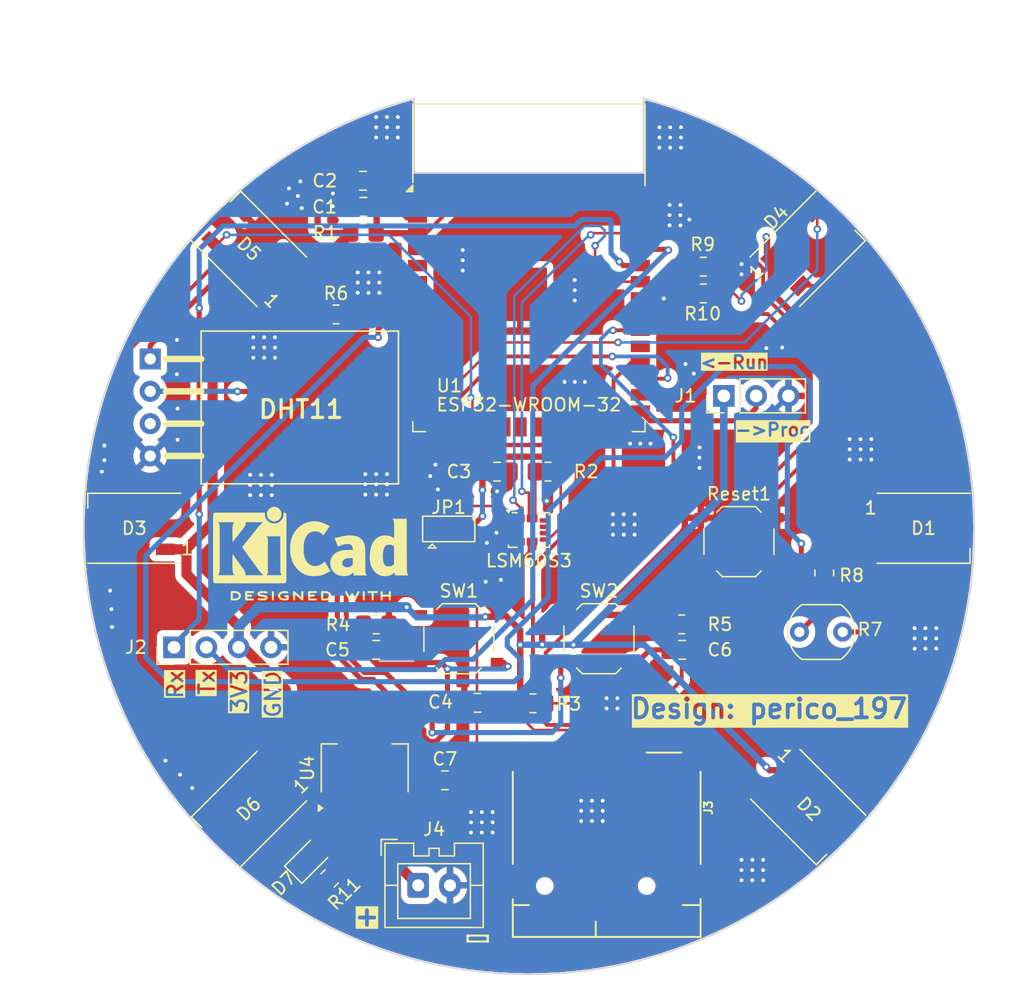
<source format=kicad_pcb>
(kicad_pcb (version 20240108) (generator "pcbnew") (generator_version "8.0")
  (layers (0 "F.Cu" signal) (31 "B.Cu" signal) (34 "B.Paste" user) (35 "F.Paste" user) (36 "B.SilkS" user "B.Silkscreen") (37 "F.SilkS" user "F.Silkscreen") (38 "B.Mask" user) (39 "F.Mask" user) (44 "Edge.Cuts" user))
  (net 0 "")
  (net 1 "/ESP_UART_TX")
  (net 2 "/ESP_Boot")
  (net 6 "/ESP_UART_RX")
  (net 7 "/ESP_EN")
  (net 8 "+3V3")
  (net 17 "GND")
  (net 32 "/MOSI")
  (net 33 "/MISO")
  (net 34 "/SCK")
  (net 35 "/CD_SD")
  (net 36 "Net-(JP1-C)")
  (net 37 "Net-(U2-CS)")
  (net 38 "/SCL")
  (net 39 "/SDA")
  (net 41 "/SW1")
  (net 42 "Net-(D1-DIN)")
  (net 44 "Net-(D3-DOUT)")
  (net 45 "Net-(D3-DIN)")
  (net 46 "Net-(D1-DOUT)")
  (net 47 "/Led_Strip_1")
  (net 48 "/Led_Strip_2")
  (net 49 "/SW2")
  (net 51 "/DHT11_Data")
  (net 52 "/LDR")
  (net 53 "Net-(D7-A)")
  (net 54 "Net-(J4-Pin_1)")
  (footprint "Capacitor_SMD:C_0805_2012Metric_Pad1.18x1.45mm_HandSolder" (layer "F.Cu") (at 96.9625 111.66 180)
    (property "Reference" "C4")
    (property "Value" "0.1uF")
  )
  (footprint "LED_SMD:LED_0805_2012Metric_Pad1.15x1.40mm_HandSolder" (layer "F.Cu") (at 83.8 123.85 45)
    (property "Reference" "D7")
    (property "Value" "LED")
  )
  (footprint "Button_Switch_SMD:SW_Push_1P1T_XKB_TS-1187A" (layer "F.Cu") (at 106.5 106.625)
    (property "Reference" "SW2")
    (property "Value" "SW_Push")
  )
  (footprint "Capacitor_SMD:C_0805_2012Metric_Pad1.18x1.45mm_HandSolder" (layer "F.Cu") (at 98.5 93.5)
    (property "Reference" "C3")
    (property "Value" "0.1uF")
  )
  (footprint "Resistor_SMD:R_0805_2012Metric_Pad1.20x1.40mm_HandSolder" (layer "F.Cu") (at 124.2 101.45 90)
    (property "Reference" "R8")
    (property "Value" "R")
  )
  (footprint "Capacitor_SMD:C_0805_2012Metric_Pad1.18x1.45mm_HandSolder" (layer "F.Cu") (at 89 107.5)
    (property "Reference" "C5")
    (property "Value" "0.1uF")
  )
  (footprint "Package_LGA:LGA-14_3x2.5mm_P0.5mm_LayoutBorder3x4y" (layer "F.Cu") (at 101 98.0875)
    (property "Reference" "U2" (hide yes))
    (property "Value" "LSM6DS3")
  )
  (footprint "Capacitor_SMD:C_0805_2012Metric_Pad1.18x1.45mm_HandSolder" (layer "F.Cu") (at 113.0375 107.5)
    (property "Reference" "C6")
    (property "Value" "0.1uF")
  )
  (footprint "Resistor_SMD:R_0805_2012Metric_Pad1.20x1.40mm_HandSolder" (layer "F.Cu") (at 113 105.5)
    (property "Reference" "R5")
    (property "Value" "R")
  )
  (footprint "Capacitor_SMD:C_0805_2012Metric_Pad1.18x1.45mm_HandSolder" (layer "F.Cu") (at 87.9625 70.65)
    (property "Reference" "C2")
    (property "Value" "0.1uF")
  )
  (footprint "OptoDevice:R_LDR_5.1x4.3mm_P3.4mm_Vertical" (layer "F.Cu") (at 125.65 106.1 180)
    (property "Reference" "R7")
    (property "Value" "LDR07")
  )
  (footprint "Connector_PinHeader_2.54mm:PinHeader_1x04_P2.54mm_Vertical" (layer "F.Cu") (at 73.12 107.3 90)
    (property "Reference" "J2")
    (property "Value" "Conn_01x04_Pin" (hide yes))
  )
  (footprint "Resistor_SMD:R_0805_2012Metric_Pad1.20x1.40mm_HandSolder" (layer "F.Cu") (at 85.35 125.45 45)
    (property "Reference" "R11")
    (property "Value" "R")
  )
  (footprint "Capacitor_SMD:C_0805_2012Metric_Pad1.18x1.45mm_HandSolder" (layer "F.Cu") (at 88 72.7 180)
    (property "Reference" "C1")
    (property "Value" "0.1uF" (hide yes))
  )
  (footprint "Jumper:SolderJumper-3_P1.3mm_Open_Pad1.0x1.5mm" (layer "F.Cu") (at 94.7 98)
    (property "Reference" "JP1")
    (property "Value" "SolderJumper_3_Open" (hide yes))
  )
  (footprint "LED_SMD:LED_WS2812B_PLCC4_5.0x5.0mm_P3.2mm" (layer "F.Cu") (at 122.9 76 45)
    (property "Reference" "D4")
    (property "Value" "WS2812B")
  )
  (footprint "Symbol:KiCad-Logo2_6mm_SilkScreen" (layer "F.Cu") (at 83.85 99.25)
    (property "Reference" "REF**" (hide yes))
    (property "Value" "KiCad-Logo2_6mm_SilkScreen" (hide yes))
  )
  (footprint "Resistor_SMD:R_0805_2012Metric_Pad1.20x1.40mm_HandSolder" (layer "F.Cu") (at 114.7 79.5)
    (property "Reference" "R10")
    (property "Value" "R")
  )
  (footprint "Resistor_SMD:R_0805_2012Metric_Pad1.20x1.40mm_HandSolder" (layer "F.Cu") (at 102.5 93.5)
    (property "Reference" "R2")
    (property "Value" "R")
  )
  (footprint "LED_SMD:LED_WS2812B_PLCC4_5.0x5.0mm_P3.2mm" (layer "F.Cu") (at 132 97.95)
    (property "Reference" "D1")
    (property "Value" "WS2812B")
  )
  (footprint "Connector_PinHeader_2.54mm:PinHeader_1x03_P2.54mm_Vertical" (layer "F.Cu") (at 116.31 87.55 90)
    (property "Reference" "J1")
    (property "Value" "Conn_01x03_Pin" (hide yes))
  )
  (footprint "Esp32Board:Micro SD socket" (layer "F.Cu") (at 106.234969 122.571855 180)
    (property "Reference" "J3")
    (property "Value" "Micro_SD_Card" (hide yes))
  )
  (footprint "Resistor_SMD:R_0805_2012Metric_Pad1.20x1.40mm_HandSolder" (layer "F.Cu") (at 89 105.5)
    (property "Reference" "R4")
    (property "Value" "R")
  )
  (footprint "Resistor_SMD:R_0805_2012Metric_Pad1.20x1.40mm_HandSolder" (layer "F.Cu") (at 88 74.75)
    (property "Reference" "R1")
    (property "Value" "R")
  )
  (footprint "Capacitor_SMD:C_0805_2012Metric_Pad1.18x1.45mm_HandSolder" (layer "F.Cu") (at 94.4 117.75)
    (property "Reference" "C7")
    (property "Value" "0.1uF")
  )
  (footprint "Resistor_SMD:R_0805_2012Metric_Pad1.20x1.40mm_HandSolder" (layer "F.Cu") (at 101.3175 111.7)
    (property "Reference" "R3")
    (property "Value" "R")
  )
  (footprint "RF_Module:ESP32-WROOM-32" (layer "F.Cu") (at 101 80.48)
    (property "Reference" "U1")
    (property "Value" "ESP32-WROOM-32")
  )
  (footprint "Connector_JST:JST_XA_B02B-XASK-1_1x02_P2.50mm_Vertical" (layer "F.Cu") (at 92.3 126)
    (property "Reference" "J4")
    (property "Value" "Conn_01x02_Pin")
  )
  (footprint "LED_SMD:LED_WS2812B_PLCC4_5.0x5.0mm_P3.2mm" (layer "F.Cu") (at 122.934315 119.850862 -45)
    (property "Reference" "D2")
    (property "Value" "WS2812B")
  )
  (footprint "Button_Switch_SMD:SW_Push_1P1T_XKB_TS-1187A" (layer "F.Cu") (at 95.5 106.625)
    (property "Reference" "SW1")
    (property "Value" "SW_Push")
  )
  (footprint "Esp32Board:DHT11" (layer "F.Cu") (at 83 88.46)
    (property "Reference" "U3" (hide yes))
    (property "Value" "DHT11")
  )
  (footprint "Resistor_SMD:R_0805_2012Metric_Pad1.20x1.40mm_HandSolder" (layer "F.Cu") (at 114.7 77.4)
    (property "Reference" "R9")
    (property "Value" "R")
  )
  (footprint "Package_TO_SOT_SMD:SOT-223-3_TabPin2" (layer "F.Cu") (at 88.1 116.8 90)
    (property "Reference" "U4")
    (property "Value" "AMS1117-3.3")
  )
  (footprint "Button_Switch_SMD:SW_Push_1P1T_XKB_TS-1187A" (layer "F.Cu") (at 117.5 99)
    (property "Reference" "Reset1")
    (property "Value" "SW_Push")
  )
  (footprint "Resistor_SMD:R_0805_2012Metric_Pad1.20x1.40mm_HandSolder" (layer "F.Cu") (at 85.85 81.15)
    (property "Reference" "R6")
    (property "Value" "R")
  )
  (footprint "LED_SMD:LED_WS2812B_PLCC4_5.0x5.0mm_P3.2mm" (layer "F.Cu") (at 79 76 135)
    (property "Reference" "D5")
    (property "Value" "WS2812B")
  )
  (footprint "LED_SMD:LED_WS2812B_PLCC4_5.0x5.0mm_P3.2mm" (layer "F.Cu") (at 70 97.95 180)
    (property "Reference" "D3")
    (property "Value" "WS2812B")
  )
  (footprint "LED_SMD:LED_WS2812B_PLCC4_5.0x5.0mm_P3.2mm" (layer "F.Cu") (at 79 120 -135)
    (property "Reference" "D6")
    (property "Value" "WS2812B")
  )
  (gr_arc (start 136 98) (mid 79.669369 125.748949) (end 91.999762 64.176994) (stroke (width 0.1)) (layer "Edge.Cuts"))
  (gr_line (start 110 70) (end 92 70) (stroke (width 0.1)) (layer "Edge.Cuts"))
  (gr_line (start 110 64.1769) (end 110 70) (stroke (width 0.1)) (layer "Edge.Cuts"))
  (gr_arc (start 110.000002 64.176931) (mid 128.748874 76.669272) (end 136 98) (stroke (width 0.1)) (layer "Edge.Cuts"))
  (gr_line (start 92 70) (end 92 64.176932) (stroke (width 0.1)) (layer "Edge.Cuts"))
  (gr_text "Rx" (at 73.92 111.45 90) (layer "F.SilkS" knockout) (effects (font (size 1.2 1.2) (thickness 0.2) (bold yes)) (justify left bottom)))
  (gr_text "-" (at 95.85 130.95 0) (layer "F.SilkS" knockout) (effects (font (size 1.5 1.5) (thickness 0.3) (bold yes)) (justify left bottom)))
  (gr_text "Design: perico_197" (at 108.85 113 0) (layer "F.SilkS" knockout) (effects (font (size 1.5 1.5) (thickness 0.3) (bold yes)) (justify left bottom)))
  (gr_text "<-Run" (at 114.36 85.5 0) (layer "F.SilkS" knockout) (effects (font (size 1 1) (thickness 0.2) (bold yes)) (justify left bottom)))
  (gr_text "GND\n" (at 81.6 112.95 90) (layer "F.SilkS" knockout) (effects (font (size 1.2 1.2) (thickness 0.2) (bold yes)) (justify left bottom)))
  (gr_text "->Prog\n" (at 117.1 90.8 0) (layer "F.SilkS" knockout) (effects (font (size 1 1) (thickness 0.2) (bold yes)) (justify left bottom)))
  (gr_text "+" (at 87.15 129.3 0) (layer "F.SilkS" knockout) (effects (font (size 1.5 1.5) (thickness 0.3) (bold yes)) (justify left bottom)))
  (gr_text "Tx" (at 76.4 111.15 90) (layer "F.SilkS" knockout) (effects (font (size 1.2 1.2) (thickness 0.2) (bold yes)) (justify left bottom)))
  (gr_text "3V3\n" (at 78.95 112.55 90) (layer "F.SilkS" knockout) (effects (font (size 1.2 1.2) (thickness 0.2) (bold yes)) (justify left bottom)))
  (segment (start 111.89 76.04) (end 111.95 76.1) (width 0.4) (layer "F.Cu") (net 1))
  (segment (start 109.75 76.04) (end 111.89 76.04) (width 0.4) (layer "F.Cu") (net 1))
  (via (at 111.95 76.1) (size 0.6) (drill 0.3) (layers "F.Cu" "B.Cu") (net 1))
  (segment (start 101.3 86.75) (end 111.95 76.1) (width 0.4) (layer "B.Cu") (net 1))
  (segment (start 77.35 108.99) (end 75.66 107.3) (width 0.4) (layer "B.Cu") (net 1))
  (segment (start 101.3 103.55) (end 101.3 86.75) (width 0.4) (layer "B.Cu") (net 1))
  (segment (start 96.6 108.25) (end 94.430761 108.25) (width 0.4) (layer "B.Cu") (net 1))
  (segment (start 96.6 108.25) (end 101.3 103.55) (width 0.4) (layer "B.Cu") (net 1))
  (segment (start 94.430761 108.25) (end 93.630761 109.05) (width 0.4) (layer "B.Cu") (net 1))
  (segment (start 93.630761 109.05) (end 77.35 109.05) (width 0.4) (layer "B.Cu") (net 1))
  (segment (start 77.35 109.05) (end 77.35 108.99) (width 0.4) (layer "B.Cu") (net 1))
  (segment (start 75.66 107.3) (end 76.61 108.25) (width 0.4) (layer "B.Cu") (net 1))
  (segment (start 118.85 88.5) (end 118.85 87.55) (width 0.4) (layer "F.Cu") (net 2))
  (segment (start 110.51 89.5) (end 117.85 89.5) (width 0.4) (layer "F.Cu") (net 2))
  (segment (start 109.75 88.74) (end 110.51 89.5) (width 0.4) (layer "F.Cu") (net 2))
  (segment (start 117.85 89.5) (end 118.85 88.5) (width 0.4) (layer "F.Cu") (net 2))
  (segment (start 75.1 96.85) (end 75.1 80.65) (width 0.4) (layer "F.Cu") (net 6))
  (segment (start 108.1 77) (end 108.41 77.31) (width 0.4) (layer "F.Cu") (net 6))
  (segment (start 108.41 77.31) (end 109.75 77.31) (width 0.4) (layer "F.Cu") (net 6))
  (via (at 75.1 80.65) (size 0.6) (drill 0.3) (layers "F.Cu" "B.Cu") (net 6))
  (via (at 75.1 96.85) (size 0.6) (drill 0.3) (layers "F.Cu" "B.Cu") (net 6))
  (via (at 108.1 77) (size 0.6) (drill 0.3) (layers "F.Cu" "B.Cu") (net 6))
  (segment (start 75.1 105.1) (end 73.2 107) (width 0.4) (layer "B.Cu") (net 6))
  (segment (start 108.1 77) (end 107.45 76.35) (width 0.4) (layer "B.Cu") (net 6))
  (segment (start 75.1 80.65) (end 75.1 76.06005) (width 0.4) (layer "B.Cu") (net 6))
  (segment (start 75.1 105.1) (end 75.1 96.85) (width 0.4) (layer "B.Cu") (net 6))
  (segment (start 104.642894 74.2) (end 76.96005 74.2) (width 0.4) (layer "B.Cu") (net 6))
  (segment (start 107.35 73.7) (end 105.142894 73.7) (width 0.4) (layer "B.Cu") (net 6))
  (segment (start 107.45 76.35) (end 107.45 73.8) (width 0.4) (layer "B.Cu") (net 6))
  (segment (start 75.15 96.8) (end 75.1 96.85) (width 0.4) (layer "B.Cu") (net 6))
  (segment (start 76.96005 74.2) (end 75.1 76.06005) (width 0.4) (layer "B.Cu") (net 6))
  (segment (start 105.142894 73.7) (end 104.642894 74.2) (width 0.4) (layer "B.Cu") (net 6))
  (segment (start 107.45 73.8) (end 107.35 73.7) (width 0.4) (layer "B.Cu") (net 6))
  (segment (start 119.400862 77.550862) (end 112.85 71) (width 0.3) (layer "F.Cu") (net 7))
  (segment (start 112.85 71) (end 96.69 71) (width 0.3) (layer "F.Cu") (net 7))
  (segment (start 92.92 74.77) (end 92.25 74.77) (width 0.3) (layer "F.Cu") (net 7))
  (segment (start 124.55 84.748528) (end 119.400862 79.59939) (width 0.3) (layer "F.Cu") (net 7))
  (segment (start 114.5 100.875) (end 120.5 100.875) (width 0.3) (layer "F.Cu") (net 7))
  (segment (start 89.0375 72.7) (end 89.0375 74.7125) (width 0.5) (layer "F.Cu") (net 7))
  (segment (start 96.69 71) (end 92.92 74.77) (width 0.3) (layer "F.Cu") (net 7))
  (segment (start 114.5 100.875) (end 124.55 90.825) (width 0.3) (layer "F.Cu") (net 7))
  (segment (start 119.400862 79.59939) (end 119.400862 77.550862) (width 0.3) (layer "F.Cu") (net 7))
  (segment (start 124.55 90.825) (end 124.55 84.748528) (width 0.3) (layer "F.Cu") (net 7))
  (segment (start 89.02 74.77) (end 89 74.75) (width 0.5) (layer "F.Cu") (net 7))
  (segment (start 89.0375 74.7125) (end 89 74.75) (width 0.5) (layer "F.Cu") (net 7))
  (segment (start 92.25 74.77) (end 89.02 74.77) (width 0.5) (layer "F.Cu") (net 7))
  (segment (start 88.975 68.6) (end 86.925 70.65) (width 0.5) (layer "F.Cu") (net 8))
  (segment (start 102.325 92.325) (end 98.6375 92.325) (width 0.5) (layer "F.Cu") (net 8))
  (segment (start 88.1 119.95) (end 88.1 116.4) (width 0.8) (layer "F.Cu") (net 8))
  (segment (start 79.565685 78.899138) (end 82.35 78.899138) (width 0.8) (layer "F.Cu") (net 8))
  (segment (start 84.642893 126.157107) (end 87.942893 126.157107) (width 0.4) (layer "F.Cu") (net 8))
  (segment (start 119.901724 116.951724) (end 119.65 116.7) (width 0.5) (layer "F.Cu") (net 8))
  (segment (start 132.7 89.2) (end 132.7 95) (width 0.5) (layer "F.Cu") (net 8))
  (segment (start 100.3175 111.7) (end 100.3175 107.1) (width 0.5) (layer "F.Cu") (net 8))
  (segment (start 102.525432 98.8375) (end 103.5 97.862932) (width 0.2) (layer "F.Cu") (net 8))
  (segment (start 102.1625 98.8375) (end 102.525432 98.8375) (width 0.2) (layer "F.Cu") (net 8))
  (segment (start 78.2 107.3) (end 78.2 106.03) (width 0.8) (layer "F.Cu") (net 8))
  (segment (start 100.3175 112.7175) (end 100.3175 111.7) (width 0.2) (layer "F.Cu") (net 8))
  (segment (start 101.4 113.8) (end 100.3175 112.7175) (width 0.2) (layer "F.Cu") (net 8))
  (segment (start 104.850001 113.8) (end 101.4 113.8) (width 0.2) (layer "F.Cu") (net 8))
  (segment (start 115.7 79.5) (end 115.7 77.4) (width 0.2) (layer "F.Cu") (net 8))
  (segment (start 84.4 74.4) (end 84.75 74.75) (width 0.5) (layer "F.Cu") (net 8))
  (segment (start 119.7 75.1) (end 119.65 75.05) (width 0.5) (layer "F.Cu") (net 8))
  (segment (start 102.04038 107.09038) (end 102.04038 105.75962) (width 0.5) (layer "F.Cu") (net 8))
  (segment (start 84.4 71.35) (end 84.4 74.4) (width 0.5) (layer "F.Cu") (net 8))
  (segment (start 91.1 73.18) (end 91.1 69.6) (width 0.5) (layer "F.Cu") (net 8))
  (segment (start 91.4 104.2) (end 91.95 104.75) (width 0.4) (layer "F.Cu") (net 8))
  (segment (start 97.35 94.95) (end 97.35 93.6125) (width 0.5) (layer "F.Cu") (net 8))
  (segment (start 74.1 99.55) (end 76.15 97.5) (width 0.8) (layer "F.Cu") (net 8))
  (segment (start 106.150001 115.1) (end 104.850001 113.8) (width 0.2) (layer "F.Cu") (net 8))
  (segment (start 99.1 104.75) (end 98.5 104.75) (width 0.5) (layer "F.Cu") (net 8))
  (segment (start 132.7 95) (end 131.35 96.35) (width 0.5) (layer "F.Cu") (net 8))
  (segment (start 82.850862 78.899138) (end 87 74.75) (width 0.8) (layer "F.Cu") (net 8))
  (segment (start 99.556249 100.256249) (end 99.462499 100.35) (width 0.2) (layer "F.Cu") (net 8))
  (segment (start 106.150001 115.55) (end 106.150001 115.1) (width 0.2) (layer "F.Cu") (net 8))
  (segment (start 96 98) (end 96 100.35) (width 0.4) (layer "F.Cu") (net 8))
  (segment (start 104.5 107.1) (end 106.85 104.75) (width 0.5) (layer "F.Cu") (net 8))
  (segment (start 119.7 76.264823) (end 119.7 75.1) (width 0.5) (layer "F.Cu") (net 8))
  (segment (start 129.6 96.35) (end 129.55 96.3) (width 0.5) (layer "F.Cu") (net 8))
  (segment (start 122.65 117.233094) (end 122.36863 116.951724) (width 0.5) (layer "F.Cu") (net 8))
  (segment (start 120.000862 79.350862) (end 122.274264 81.624264) (width 0.5) (layer "F.Cu") (net 8))
  (segment (start 127.465222 106.1) (end 128.065222 105.5) (width 0.4) (layer "F.Cu") (net 8))
  (segment (start 88.1 126) (end 88.1 119.95) (width 0.4) (layer "F.Cu") (net 8))
  (segment (start 78.28 105.73) (end 74.1 101.55) (width 0.8) (layer "F.Cu") (net 8))
  (segment (start 81.899138 119.434315) (end 84.933453 116.4) (width 0.8) (layer "F.Cu") (net 8))
  (segment (start 86.925 70.65) (end 85.1 70.65) (width 0.5) (layer "F.Cu") (net 8))
  (segment (start 100.215032 111.802468) (end 100.3175 111.7) (width 0.5) (layer "F.Cu") (net 8))
  (segment (start 74.1 101.55) (end 74.1 99.55) (width 0.8) (layer "F.Cu") (net 8))
  (segment (start 117.1 79.5) (end 117.7 80.1) (width 0.2) (layer "F.Cu") (net 8))
  (segment (start 91.95 104.75) (end 92.5 104.75) (width 0.4) (layer "F.Cu") (net 8))
  (segment (start 129.55 96.3) (end 128.065222 97.784778) (width 0.5) (layer "F.Cu") (net 8))
  (segment (start 92.25 73.5) (end 91.42 73.5) (width 0.5) (layer "F.Cu") (net 8))
  (segment (start 83.35 81.15) (end 82.35 80.15) (width 0.4) (layer "F.Cu") (net 8))
  (segment (start 88.1 116.4) (end 88.1 113.65) (width 0.8) (layer "F.Cu") (net 8))
  (segment (start 99.462499 100.35) (end 96 100.35) (width 0.2) (layer "F.Cu") (net 8))
  (segment (start 81.899138 110.619138) (end 78.28 107) (width 0.8) (layer "F.Cu") (net 8))
  (segment (start 103.05 104.75) (end 103.5 104.75) (width 0.5) (layer "F.Cu") (net 8))
  (segment (start 97.565032 104.9) (end 98.35 104.9) (width 0.5) (layer "F.Cu") (net 8))
  (segment (start 131.35 96.35) (end 129.6 96.35) (width 0.5) (layer "F.Cu") (net 8))
  (segment (start 88.1 113.65) (end 89.2625 113.65) (width 0.8) (layer "F.Cu") (net 8))
  (segment (start 74.05 99.6) (end 74.1 99.55) (width 0.8) (layer "F.Cu") (net 8))
  (segment (start 98.6375 92.325) (end 97.4625 93.5) (width 0.5) (layer "F.Cu") (net 8))
  (segment (start 91.1 69.6) (end 90.1 68.6) (width 0.5) (layer "F.Cu") (net 8))
  (segment (start 122.36863 116.951724) (end 119.901724 116.951724) (width 0.5) (layer "F.Cu") (net 8))
  (segment (start 98 111.66) (end 100.2775 111.66) (width 0.5) (layer "F.Cu") (net 8))
  (segment (start 75.931623 78.899138) (end 79.565685 78.899138) (width 0.4) (layer "F.Cu") (net 8))
  (segment (start 96 100.35) (end 96 102.25) (width 0.4) (layer "F.Cu") (net 8))
  (segment (start 100.3175 105.9675) (end 99.1 104.75) (width 0.5) (layer "F.Cu") (net 8))
  (segment (start 71.25 84.65) (end 71.25 83.580761) (width 0.4) (layer "F.Cu") (net 8))
  (segment (start 96 102.25) (end 98.5 104.75) (width 0.4) (layer "F.Cu") (net 8))
  (segment (start 128.065222 105.5) (end 128.065222 116.234778) (width 0.5) (layer "F.Cu") (net 8))
  (segment (start 89.2625 113.65) (end 93.3625 117.75) (width 0.8) (layer "F.Cu") (net 8))
  (segment (start 103.5 93.5) (end 102.325 92.325) (width 0.5) (layer "F.Cu") (net 8))
  (segment (start 100.2775 111.66) (end 100.3175 111.7) (width 0.5) (layer "F.Cu") (net 8))
  (segment (start 84.85 81.15) (end 83.35 81.15) (width 0.4) (layer "F.Cu") (net 8))
  (segment (start 91.4 104.15) (end 91.4 104.2) (width 0.4) (layer "F.Cu") (net 8))
  (segment (start 72.45 99.6) (end 74.05 99.6) (width 0.8) (layer "F.Cu") (net 8))
  (segment (start 96.35 98) (end 96 98) (width 0.4) (layer "F.Cu") (net 8))
  (segment (start 76.15 82.314823) (end 79.565685 78.899138) (width 0.8) (layer "F.Cu") (net 8))
  (segment (start 81.899138 119.434315) (end 81.899138 110.619138) (width 0.8) (layer "F.Cu") (net 8))
  (segment (start 103.5 97.862932) (end 103.5 93.5) (width 0.2) (layer "F.Cu") (net 8))
  (segment (start 128.065222 116.234778) (end 127.066906 117.233094) (width 0.5) (layer "F.Cu") (net 8))
  (segment (start 87.942893 126.157107) (end 88.1 126) (width 0.4) (layer "F.Cu") (net 8))
  (segment (start 82.35 80.15) (end 82.35 78.899138) (width 0.4) (layer "F.Cu") (net 8))
  (segment (start 128.065222 97.784778) (end 128.065222 105.5) (width 0.5) (layer "F.Cu") (net 8))
  (segment (start 106.85 104.75) (end 109.5 104.75) (width 0.5) (layer "F.Cu") (net 8))
  (segment (start 115.7 79.5) (end 117.1 79.5) (width 0.2) (layer "F.Cu") (net 8))
  (segment (start 125.65 106.1) (end 127.465222 106.1) (width 0.4) (layer "F.Cu") (net 8))
  (segment (start 122.274264 81.624264) (end 125.124264 81.624264) (width 0.5) (layer "F.Cu") (net 8))
  (segment (start 84.933453 116.4) (end 88.1 116.4) (width 0.8) (layer "F.Cu") (net 8))
  (segment (start 84.75 74.75) (end 87 74.75) (width 0.5) (layer "F.Cu") (net 8))
  (segment (start 97.35 97) (end 96.35 98) (width 0.4) (layer "F.Cu") (net 8))
  (segment (start 97.35 93.6125) (end 97.4625 93.5) (width 0.5) (layer "F.Cu") (net 8))
  (segment (start 100.499999 99.3125) (end 99.556249 100.256249) (width 0.2) (layer "F.Cu") (net 8))
  (segment (start 120.000862 76.565685) (end 120.000862 79.350862) (width 0.5) (layer "F.Cu") (net 8))
  (segment (start 127.066906 117.233094) (end 122.65 117.233094) (width 0.5) (layer "F.Cu") (net 8))
  (segment (start 91.42 73.5) (end 91.1 73.18) (width 0.5) (layer "F.Cu") (net 8))
  (segment (start 82.35 78.899138) (end 82.850862 78.899138) (width 0.8) (layer "F.Cu") (net 8))
  (segment (start 85.1 70.65) (end 84.4 71.35) (width 0.5) (layer "F.Cu") (net 8))
  (segment (start 76.15 97.5) (end 76.15 82.314823) (width 0.8) (layer "F.Cu") (net 8))
  (segment (start 120.000862 76.565685) (end 119.7 76.264823) (width 0.5) (layer "F.Cu") (net 8))
  (segment (start 100.5 99) (end 100.499999 99.3125) (width 0.2) (layer "F.Cu") (net 8))
  (segment (start 100.3175 107.1) (end 100.3175 105.9675) (width 0.5) (layer "F.Cu") (net 8))
  (segment (start 71.25 83.580761) (end 75.931623 78.899138) (width 0.4) (layer "F.Cu") (net 8))
  (segment (start 98.35 104.9) (end 98.5 104.75) (width 0.5) (layer "F.Cu") (net 8))
  (segment (start 125.124264 81.624264) (end 132.7 89.2) (width 0.5) (layer "F.Cu") (net 8))
  (segment (start 90.1 68.6) (end 88.975 68.6) (width 0.5) (layer "F.Cu") (net 8))
  (segment (start 102.04038 105.75962) (end 103.05 104.75) (width 0.5) (layer "F.Cu") (net 8))
  (via (at 97.35 94.95) (size 0.6) (drill 0.3) (layers "F.Cu" "B.Cu") (net 8))
  (via (at 97.565032 104.9) (size 0.6) (drill 0.3) (layers "F.Cu" "B.Cu") (net 8))
  (via (at 102.04038 107.09038) (size 0.6) (drill 0.3) (layers "F.Cu" "B.Cu") (net 8))
  (via (at 97.35 97) (size 0.6) (drill 0.3) (layers "F.Cu" "B.Cu") (net 8))
  (via (at 104.5 107.1) (size 0.6) (drill 0.3) (layers "F.Cu" "B.Cu") (net 8))
  (via (at 119.65 75.05) (size 0.6) (drill 0.3) (layers "F.Cu" "B.Cu") (net 8))
  (via (at 91.4 104.15) (size 0.6) (drill 0.3) (layers "F.Cu" "B.Cu") (net 8))
  (via (at 100.3175 107.1) (size 0.6) (drill 0.3) (layers "F.Cu" "B.Cu") (net 8))
  (via (at 119.65 116.7) (size 0.6) (drill 0.3) (layers "F.Cu" "B.Cu") (net 8))
  (via (at 117.7 80.1) (size 0.6) (drill 0.3) (layers "F.Cu" "B.Cu") (net 8))
  (segment (start 116.31 87.55) (end 116.31 95.29) (width 0.6) (layer "B.Cu") (net 8))
  (segment (start 97.515032 104.95) (end 97.565032 104.9) (width 0.5) (layer "B.Cu") (net 8))
  (segment (start 91.4 104.15) (end 79.72 104.15) (width 0.8) (layer "B.Cu") (net 8))
  (segment (start 97.35 94.95) (end 97.35 97) (width 0.4) (layer "B.Cu") (net 8))
  (segment (start 79.42 104.45) (end 78.2 105.67) (width 0.8) (layer "B.Cu") (net 8))
  (segment (start 119.65 77.672182) (end 119.65 75.05) (width 0.2) (layer "B.Cu") (net 8))
  (segment (start 104.5 107.1) (end 100.3175 107.1) (width 0.5) (layer "B.Cu") (net 8))
  (segment (start 119.65 116.7) (end 110.05 107.1) (width 0.5) (layer "B.Cu") (net 8))
  (segment (start 117.7 79.622182) (end 119.65 77.672182) (width 0.2) (layer "B.Cu") (net 8))
  (segment (start 117.7 80.1) (end 117.7 79.622182) (width 0.2) (layer "B.Cu") (net 8))
  (segment (start 91.4 104.15) (end 92.2 104.95) (width 0.5) (layer "B.Cu") (net 8))
  (segment (start 116.31 95.29) (end 104.5 107.1) (width 0.6) (layer "B.Cu") (net 8))
  (segment (start 92.2 104.95) (end 97.515032 104.95) (width 0.5) (layer "B.Cu") (net 8))
  (segment (start 78.2 105.67) (end 78.2 107.3) (width 0.8) (layer "B.Cu") (net 8))
  (segment (start 79.72 104.15) (end 79.42 104.45) (width 0.8) (layer "B.Cu") (net 8))
  (segment (start 110.05 107.1) (end 104.5 107.1) (width 0.5) (layer "B.Cu") (net 8))
  (segment (start 98.9125 97.8375) (end 98.45 98.3) (width 0.2) (layer "F.Cu") (net 17))
  (segment (start 89 70.65) (end 89 70.6625) (width 0.5) (layer "F.Cu") (net 17))
  (segment (start 101.5 99) (end 101.5 99.55) (width 0.2) (layer "F.Cu") (net 17))
  (segment (start 99.5375 93.5) (end 99.5375 94.0125) (width 1) (layer "F.Cu") (net 17))
  (segment (start 98.4875 98.3375) (end 98.45 98.3) (width 0.2) (layer "F.Cu") (net 17))
  (segment (start 101 100.05) (end 101 99) (width 0.2) (layer "F.Cu") (net 17))
  (segment (start 95.29 89.99) (end 95.29 91.31) (width 1) (layer "F.Cu") (net 17))
  (segment (start 103.950001 118.200001) (end 105.1 119.35) (width 0.4) (layer "F.Cu") (net 17))
  (segment (start 99.8375 97.8375) (end 98.9125 97.8375) (width 0.2) (layer "F.Cu") (net 17))
  (segment (start 87 72.65) (end 85.6 72.65) (width 0.5) (layer "F.Cu") (net 17))
  (segment (start 89 70.65) (end 87 72.65) (width 0.5) (layer "F.Cu") (net 17))
  (segment (start 99.5375 94.0125) (end 98.5 95.05) (width 1) (layer "F.Cu") (net 17))
  (segment (start 101.5 99.55) (end 101 100.05) (width 0.2) (layer "F.Cu") (net 17))
  (segment (start 99.8375 98.3375) (end 98.4875 98.3375) (width 0.2) (layer "F.Cu") (net 17))
  (segment (start 95.29 91.31) (end 93.65 92.95) (width 1) (layer "F.Cu") (net 17))
  (segment (start 103.950001 115.55) (end 103.950001 118.200001) (width 0.4) (layer "F.Cu") (net 17))
  (via (at 112.1 68.05) (size 0.6) (drill 0.3) (layers "F.Cu" "B.Cu") (net 17))
  (via (at 93.25 93.85) (size 0.6) (drill 0.3) (layers "F.Cu" "B.Cu") (net 17))
  (via (at 88.4 79.45) (size 0.6) (drill 0.3) (layers "F.Cu" "B.Cu") (net 17))
  (via (at 107.6 96.85) (size 0.6) (drill 0.3) (layers "F.Cu" "B.Cu") (net 17))
  (via (at 95.8 76.9) (size 0.6) (drill 0.3) (layers "F.Cu" "B.Cu") (net 17))
  (via (at 85.6 72.65) (size 0.6) (drill 0.3) (layers "F.Cu" "B.Cu") (net 17))
  (via (at 108.45 98.45) (size 0.6) (drill 0.3) (layers "F.Cu" "B.Cu") (net 17))
  (via (at 108.45 97.65) (size 0.6) (drill 0.3) (layers "F.Cu" "B.Cu") (net 17))
  (via (at 105.95 119.35) (size 0.6) (drill 0.3) (layers "F.Cu" "B.Cu") (net 17))
  (via (at 98.15 121.05) (size 0.6) (drill 0.3) (layers "F.Cu" "B.Cu") (net 17))
  (via (at 97.3 120.25) (size 0.6) (drill 0.3) (layers "F.Cu" "B.Cu") (net 17))
  (via (at 104.6 80.05) (size 0.6) (drill 0.3) (layers "F.Cu" "B.Cu") (net 17))
  (via (at 87.55 78.65) (size 0.6) (drill 0.3) (layers "F.Cu" "B.Cu") (net 17))
  (via (at 79.1 93.75) (size 0.6) (drill 0.3) (layers "F.Cu" "B.Cu") (net 17))
  (via (at 88.15 93.7) (size 0.6) (drill 0.3) (layers "F.Cu" "B.Cu") (net 17))
  (via (at 133 106.6) (size 0.6) (drill 0.3) (layers "F.Cu" "B.Cu") (net 17))
  (via (at 89.85 93.7) (size 0.6) (drill 0.3) (layers "F.Cu" "B.Cu") (net 17))
  (via (at 97.3 121.05) (size 0.6) (drill 0.3) (layers "F.Cu" "B.Cu") (net 17))
  (via (at 107.6 97.65) (size 0.6) (drill 0.3) (layers "F.Cu" "B.Cu") (net 17))
  (via (at 68.25 105.7) (size 0.6) (drill 0.3) (layers "F.Cu" "B.Cu") (net 17))
  (via (at 90.7 65.65) (size 0.6) (drill 0.3) (layers "F.Cu" "B.Cu") (net 17))
  (via (at 119.4 125.6) (size 0.6) (drill 0.3) (layers "F.Cu" "B.Cu") (net 17))
  (via (at 131.3 106.6) (size 0.6) (drill 0.3) (layers "F.Cu" "B.Cu") (net 17))
  (via (at 93.65 92.95) (size 0.6) (drill 0.3) (layers "F.Cu" "B.Cu") (net 17))
  (via (at 89.25 78.65) (size 0.6) (drill 0.3) (layers "F.Cu" "B.Cu") (net 17))
  (via (at 104.6 78.45) (size 0.6) (drill 0.3) (layers "F.Cu" "B.Cu") (net 17))
  (via (at 88.4 78.65) (size 0.6) (drill 0.3) (layers "F.Cu" "B.Cu") (net 17))
  (via (at 127.05 91.75) (size 0.6) (drill 0.3) (layers "F.Cu" "B.Cu") (net 17))
  (via (at 79.95 93.75) (size 0.6) (drill 0.3) (layers "F.Cu" "B.Cu") (net 17))
  (via (at 89.85 66.45) (size 0.6) (drill 0.3) (layers "F.Cu" "B.Cu") (net 17))
  (via (at 109.3 97.65) (size 0.6) (drill 0.3) (layers "F.Cu" "B.Cu") (net 17))
  (via (at 98.5 95.05) (size 0.6) (drill 0.3) (layers "F.Cu" "B.Cu") (net 17))
  (via (at 89 66.45) (size 0.6) (drill 0.3) (layers "F.Cu" "B.Cu") (net 17))
  (via (at 107.95 112.1) (size 0.6) (drill 0.3) (layers "F.Cu" "B.Cu") (net 17))
  (via (at 68.2 104.3) (size 0.6) (drill 0.3) (layers "F.Cu" "B.Cu") (net 17))
  (via (at 112.1 67.25) (size 0.6) (drill 0.3) (layers "F.Cu" "B.Cu") (net 17))
  (via (at 117.7 124) (size 0.6) (drill 0.3) (layers "F.Cu" "B.Cu") (net 17))
  (via (at 117.7 78) (size 0.6) (drill 0.3) (layers "F.Cu" "B.Cu") (net 17))
  (via (at 111.6 79.9) (size 0.6) (drill 0.3) (layers "F.Cu" "B.Cu") (net 17))
  (via (at 80.2 83.75) (size 0.6) (drill 0.3) (layers "F.Cu" "B.Cu") (net 17))
  (via (at 89 95.3) (size 0.6) (drill 0.3) (layers "F.Cu" "B.Cu") (net 17))
  (via (at 105.95 120.15) (size 0.6) (drill 0.3) (layers "F.Cu" "B.Cu") (net 17))
  (via (at 112.05 73.35) (size 0.6) (drill 0.3) (layers "F.Cu" "B.Cu") (net 17))
  (via (at 118.55 124.8) (size 0.6) (drill 0.3) (layers "F.Cu" "B.Cu") (net 17))
  (via (at 131.3 107.4) (size 0.6) (drill 0.3) (layers "F.Cu" "B.Cu") (net 17))
  (via (at 96.45 121.05) (size 0.6) (drill 0.3) (layers "F.Cu" "B.Cu") (net 17))
  (via (at 89.25 79.45) (size 0.6) (drill 0.3) (layers "F.Cu" "B.Cu") (net 17))
  (via (at 67.45 93.5) (size 0.6) (drill 0.3) (layers "F.Cu" "B.Cu") (net 17))
  (via (at 126.2 92.55) (size 0.6) (drill 0.3) (layers "F.Cu" "B.Cu") (net 17))
  (via (at 111.25 67.25) (size 0.6) (drill 0.3) (layers "F.Cu" "B.Cu") (net 17))
  (via (at 105.1 120.15) (size 0.6) (drill 0.3) (layers "F.Cu" "B.Cu") (net 17))
  (via (at 80.2 82.95) (size 0.6) (drill 0.3) (layers "F.Cu" "B.Cu") (net 17))
  (via (at 80.2 84.55) (size 0.6) (drill 0.3) (layers "F.Cu" "B.Cu") (net 17))
  (via (at 89 93.7) (size 0.6) (drill 0.3) (layers "F.Cu" "B.Cu") (net 17))
  (via (at 109.3 96.85) (size 0.6) (drill 0.3) (layers "F.Cu" "B.Cu") (net 17))
  (via (at 111.25 68.05) (size 0.6) (drill 0.3) (layers "F.Cu" "B.Cu") (net 17))
  (via (at 114.4 93.2) (size 0.6) (drill 0.3) (layers "F.Cu" "B.Cu") (net 17))
  (via (at 106.8 120.95) (size 0.6) (drill 0.3) (layers "F.Cu" "B.Cu") (net 17))
  (via (at 83.05 70.7) (size 0.6) (drill 0.3) (layers "F.Cu" "B.Cu") (net 17))
  (via (at 98.15 121.85) (size 0.6) (drill 0.3) (layers "F.Cu" "B.Cu") (net 17))
  (via (at 79.1 94.55) (size 0.6) (drill 0.3) (layers "F.Cu" "B.Cu") (net 17))
  (via (at 133 105.8) (size 0.6) (drill 0.3) (layers "F.Cu" "B.Cu") (net 17))
  (via (at 107.1 111.3) (size 0.6) (drill 0.3) (layers "F.Cu" "B.Cu") (net 17))
  (via (at 112.9 73.35) (size 0.6) (drill 0.3) (layers "F.Cu" "B.Cu") (net 17))
  (via (at 90.7 67.25) (size 0.6) (drill 0.3) (layers "F.Cu" "B.Cu") (net 17))
  (via (at 131.3 105.8) (size 0.6) (drill 0.3) (layers "F.Cu" "B.Cu") (net 17))
  (via (at 81.05 82.95) (size 0.6) (drill 0.3) (layers "F.Cu" "B.Cu") (net 17))
  (via (at 119.65 83.8) (size 0.6) (drill 0.3) (layers "F.Cu" "B.Cu") (net 17))
  (via (at 80.8 93.75) (size 0.6) (drill 0.3) (layers "F.Cu" "B.Cu") (net 17))
  (via (at 93.85 94.9) (size 0.6) (drill 0.3) (layers "F.Cu" "B.Cu") (net 17))
  (via (at 117.7 125.6) (size 0.6) (drill 0.3) (layers "F.Cu" "B.Cu") (net 17))
  (via (at 103.8 86.45) (size 0.6) (drill 0.3) (layers "F.Cu" "B.Cu") (net 17))
  (via (at 127.05 92.55) (size 0.6) (drill 0.3) (layers "F.Cu" "B.Cu") (net 17))
  (via (at 95.8 77.7) (size 0.6) (drill 0.3) (layers "F.Cu" "B.Cu") (net 17))
  (via (at 68.1 102.85) (size 0.6) (drill 0.3) (layers "F.Cu" "B.Cu") (net 17))
  (via (at 105.1 119.35) (size 0.6) (drill 0.3) (layers "F.Cu" "B.Cu") (net 17))
  (via (at 80.8 94.55) (size 0.6) (drill 0.3) (layers "F.Cu" "B.Cu") (net 17))
  (via (at 73.6 117.3) (size 0.6) (drill 0.3) (layers "F.Cu" "B.Cu") (net 17))
  (via (at 79.35 82.95) (size 0.6) (drill 0.3) (layers "F.Cu" "B.Cu") (net 17))
  (via (at 82 72.45) (size 0.6) (drill 0.3) (layers "F.Cu" "B.Cu") (net 17))
  (via (at 72.45 116.2) (size 0.6) (drill 0.3) (layers "F.Cu" "B.Cu") (net 17))
  (via (at 89.25 77.85) (size 0.6) (drill 0.3) (layers "F.Cu" "B.Cu") (net 17))
  (via (at 113.3 85.05) (size 0.6) (drill 0.3) (layers "F.Cu" "B.Cu") (net 17))
  (via (at 118.55 124) (size 0.6) (drill 0.3) (layers "F.Cu" "B.Cu") (net 17))
  (via (at 89 67.25) (size 0.6) (drill 0.3) (layers "F.Cu" "B.Cu") (net 17))
  (via (at 82.15 71.25) (size 0.6) (drill 0.3) (layers "F.Cu" "B.Cu") (net 17))
  (via (at 88.15 94.5) (size 0.6) (drill 0.3) (layers "F.Cu" "B.Cu") (net 17))
  (via (at 133 107.4) (size 0.6) (drill 0.3) (layers "F.Cu" "B.Cu") (net 17))
  (via (at 104.6 79.25) (size 0.6) (drill 0.3) (layers "F.Cu" "B.Cu") (net 17))
  (via (at 79.35 83.75) (size 0.6) (drill 0.3) (layers "F.Cu" "B.Cu") (net 17))
  (via (at 88.15 95.3) (size 0.6) (drill 0.3) (layers "F.Cu" "B.Cu") (net 17))
  (via (at 97.3 121.85) (size 0.6) (drill 0.3) (layers "F.Cu" "B.Cu") (net 17))
  (via (at 112.05 72.55) (size 0.6) (drill 0.3) (layers "F.Cu" "B.Cu") (net 17))
  (via (at 107.6 98.45) (size 0.6) (drill 0.3) (layers "F.Cu" "B.Cu") (net 17))
  (via (at 98.8 102) (size 0.6) (drill 0.3) (layers "F.Cu" "B.Cu") (net 17))
  (via (at 105.1 120.95) (size 0.6) (drill 0.3) (layers "F.Cu" "B.Cu") (net 17))
  (via (at 105.4 86.45) (size 0.6) (drill 0.3) (layers "F.Cu" "B.Cu") (net 17))
  (via (at 67.65 92.6) (size 0.6) (drill 0.3) (layers "F.Cu" "B.Cu") (net 17))
  (via (at 132.15 107.4) (size 0.6) (drill 0.3) (layers "F.Cu" "B.Cu") (net 17))
  (via (at 79.95 95.35) (size 0.6) (drill 0.3) (layers "F.Cu" "B.Cu") (net 17))
  (via (at 89.85 95.3) (size 0.6) (drill 0.3) (layers "F.Cu" "B.Cu") (net 17))
  (via (at 96.45 121.85) (size 0.6) (drill 0.3) (layers "F.Cu" "B.Cu") (net 17))
  (via (at 127.9 91.75) (size 0.6) (drill 0.3) (layers "F.Cu" "B.Cu") (net 17))
  (via (at 98.45 98.3) (size 0.6) (drill 0.3) (layers "F.Cu" "B.Cu") (net 17))
  (via (at 112.95 66.45) (size 0.6) (drill 0.3) (layers "F.Cu" "B.Cu") (net 17))
  (via (at 97.7 99.1) (size 0.6) (drill 0.3) (layers "F.Cu" "B.Cu") (net 17))
  (via (at 80.8 95.35) (size 0.6) (drill 0.3) (layers "F.Cu" "B.Cu") (net 17))
  (via (at 82.85 71.85) (size 0.6) (drill 0.3) (layers "F.Cu" "B.Cu") (net 17))
  (via (at 112.9 74.15) (size 0.6) (drill 0.3) (layers "F.Cu" "B.Cu") (net 17))
  (via (at 112.05 74.15) (size 0.6) (drill 0.3) (layers "F.Cu" "B.Cu") (net 17))
  (via (at 81.05 83.75) (size 0.6) (drill 0.3) (layers "F.Cu" "B.Cu") (net 17))
  (via (at 132.15 106.6) (size 0.6) (drill 0.3) (layers "F.Cu" "B.Cu") (net 17))
  (via (at 89.85 67.25) (size 0.6) (drill 0.3) (layers "F.Cu" "B.Cu") (net 17))
  (via (at 109.3 98.45) (size 0.6) (drill 0.3) (layers "F.Cu" "B.Cu") (net 17))
  (via (at 110.55 91.3) (size 0.6) (drill 0.3) (layers "F.Cu" "B.Cu") (net 17))
  (via (at 89 94.5) (size 0.6) (drill 0.3) (layers "F.Cu" "B.Cu") (net 17))
  (via (at 87.55 79.45) (size 0.6) (drill 0.3) (layers "F.Cu" "B.Cu") (net 17))
  (via (at 81.05 84.55) (size 0.6) (drill 0.3) (layers "F.Cu" "B.Cu") (net 17))
  (via (at 89.85 65.65) (size 0.6) (drill 0.3) (layers "F.Cu" "B.Cu") (net 17))
  (via (at 108.95 91.3) (size 0.6) (drill 0.3) (layers "F.Cu" "B.Cu") (net 17))
  (via (at 88.4 77.85) (size 0.6) (drill 0.3) (layers "F.Cu" "B.Cu") (net 17))
  (via (at 104.6 86.45) (size 0.6) (drill 0.3) (layers "F.Cu" "B.Cu") (net 17))
  (via (at 107.95 111.3) (size 0.6) (drill 0.3) (layers "F.Cu" "B.Cu") (net 17))
  (via (at 106.8 120.15) (size 0.6) (drill 0.3) (layers "F.Cu" "B.Cu") (net 17))
  (via (at 112.95 67.25) (size 0.6) (drill 0.3) (layers "F.Cu" "B.Cu") (net 17))
  (via (at 114.4 91.6) (size 0.6) (drill 0.3) (layers "F.Cu" "B.Cu") (net 17))
  (via (at 98.15 120.25) (size 0.6) (drill 0.3) (layers "F.Cu" "B.Cu") (net 17))
  (via (at 113.6 73.7) (size 0.6) (drill 0.3) (layers "F.Cu" "B.Cu") (net 17))
  (via (at 79.95 94.55) (size 0.6) (drill 0.3) (layers "F.Cu" "B.Cu") (net 17))
  (via (at 73.4 91) (size 0.6) (drill 0.3) (layers "F.Cu" "B.Cu") (net 17))
  (via (at 132.15 105.8) (size 0.6) (drill 0.3) (layers "F.Cu" "B.Cu") (net 17))
  (via (at 117.7 124.8) (size 0.6) (drill 0.3) (layers "F.Cu" "B.Cu") (net 17))
  (via (at 127.9 90.95) (size 0.6) (drill 0.3) (layers "F.Cu" "B.Cu") (net 17))
  (via (at 106.8 119.35) (size 0.6) (drill 0.3) (layers "F.Cu" "B.Cu") (net 17))
  (via (at 89.85 94.5) (size 0.6) (drill 0.3) (layers "F.Cu" "B.Cu") (net 17))
  (via (at 119.4 124.8) (size 0.6) (drill 0.3) (layers "F.Cu" "B.Cu") (net 17))
  (via (at 95.8 76.1) (size 0.6) (drill 0.3) (layers "F.Cu" "B.Cu") (net 17))
  (via (at 108.45 96.85) (size 0.6) (drill 0.3) (layers "F.Cu" "B.Cu") (net 17))
  (via (at 83.15 72.8) (size 0.6) (drill 0.3) (layers "F.Cu" "B.Cu") (net 17))
  (via (at 107.1 112.1) (size 0.6) (drill 0.3) (layers "F.Cu" "B.Cu") (net 17))
  (via (at 79.1 95.35) (size 0.6) (drill 0.3) (layers "F.Cu" "B.Cu") (net 17))
  (via (at 73.35 85.85) (size 0.6) (drill 0.3) (layers "F.Cu" "B.Cu") (net 17))
  (via (at 89 65.65) (size 0.6) (drill 0.3) (layers "F.Cu" "B.Cu") (net 17))
  (via (at 87.55 77.85) (size 0.6) (drill 0.3) (layers "F.Cu" "B.Cu") (net 17))
  (via (at 79.35 84.55) (size 0.6) (drill 0.3) (layers "F.Cu" "B.Cu") (net 17))
  (via (at 97.6 102.15) (size 0.6) (drill 0.3) (layers "F.Cu" "B.Cu") (net 17))
  (via (at 74.55 118.35) (size 0.6) (drill 0.3) (layers "F.Cu" "B.Cu") (net 17))
  (via (at 126.2 91.75) (size 0.6) (drill 0.3) (layers "F.Cu" "B.Cu") (net 17))
  (via (at 109.75 91.3) (size 0.6) (drill 0.3) (layers "F.Cu" "B.Cu") (net 17))
  (via (at 112.1 66.45) (size 0.6) (drill 0.3) (layers "F.Cu" "B.Cu") (net 17))
  (via (at 85.6 71.65) (size 0.6) (drill 0.3) (layers "F.Cu" "B.Cu") (net 17))
  (via (at 112.95 68.05) (size 0.6) (drill 0.3) (layers "F.Cu" "B.Cu") (net 17))
  (via (at 126.2 90.95) (size 0.6) (drill 0.3) (layers "F.Cu" "B.Cu") (net 17))
  (via (at 117.7 77.2) (size 0.6) (drill 0.3) (layers "F.Cu" "B.Cu") (net 17))
  (via (at 96.45 120.25) (size 0.6) (drill 0.3) (layers "F.Cu" "B.Cu") (net 17))
  (via (at 112.9 72.55) (size 0.6) (drill 0.3) (layers "F.Cu" "B.Cu") (net 17))
  (via (at 120.9 83.75) (size 0.6) (drill 0.3) (layers "F.Cu" "B.Cu") (net 17))
  (via (at 67.65 91.45) (size 0.6) (drill 0.3) (layers "F.Cu" "B.Cu") (net 17))
  (via (at 113.95 85.8) (size 0.6) (drill 0.3) (layers "F.Cu" "B.Cu") (net 17))
  (via (at 119.4 124) (size 0.6) (drill 0.3) (layers "F.Cu" "B.Cu") (net 17))
  (via (at 73.35 83.15) (size 0.6) (drill 0.3) (layers "F.Cu" "B.Cu") (net 17))
  (via (at 114.4 92.4) (size 0.6) (drill 0.3) (layers "F.Cu" "B.Cu") (net 17))
  (via (at 127.05 90.95) (size 0.6) (drill 0.3) (layers "F.Cu" "B.Cu") (net 17))
  (via (at 127.9 92.55) (size 0.6) (drill 0.3) (layers "F.Cu" "B.Cu") (net 17))
  (via (at 111.25 66.45) (size 0.6) (drill 0.3) (layers "F.Cu" "B.Cu") (net 17))
  (via (at 102.4 95.8) (size 0.6) (drill 0.3) (layers "F.Cu" "B.Cu") (net 17))
  (via (at 73.4 88.55) (size 0.6) (drill 0.3) (layers "F.Cu" "B.Cu") (net 17))
  (via (at 105.95 120.95) (size 0.6) (drill 0.3) (layers "F.Cu" "B.Cu") (net 17))
  (via (at 118.55 125.6) (size 0.6) (drill 0.3) (layers "F.Cu" "B.Cu") (net 17))
  (via (at 90.7 66.45) (size 0.6) (drill 0.3) (layers "F.Cu" "B.Cu") (net 17))
  (segment (start 118.85 92.5) (end 119.1 92.5) (width 0.4) (layer "B.Cu") (net 17))
  (segment (start 118.85 90.09) (end 118.85 92.5) (width 0.4) (layer "B.Cu") (net 17))
  (segment (start 119.1 92.5) (end 119.15 92.45) (width 0.4) (layer "B.Cu") (net 17))
  (segment (start 121.39 87.55) (end 118.85 90.09) (width 0.4) (layer "B.Cu") (net 17))
  (segment (start 101.315032 112.287212) (end 102.42782 113.4) (width 0.3) (layer "F.Cu") (net 32))
  (segment (start 107.250001 114.050001) (end 107.250001 115.55) (width 0.3) (layer "F.Cu") (net 32))
  (segment (start 106.6 113.4) (end 107.250001 114.050001) (width 0.3) (layer "F.Cu") (net 32))
  (segment (start 102.42782 113.4) (end 106.6 113.4) (width 0.3) (layer "F.Cu") (net 32))
  (segment (start 107.65 86.3) (end 107.65 94.580761) (width 0.3) (layer "F.Cu") (net 32))
  (segment (start 101.315032 100.915729) (end 101.315032 112.287212) (width 0.3) (layer "F.Cu") (net 32))
  (segment (start 109.75 84.93) (end 109.02 84.93) (width 0.3) (layer "F.Cu") (net 32))
  (segment (start 109.02 84.93) (end 107.65 86.3) (width 0.3) (layer "F.Cu") (net 32))
  (segment (start 107.65 94.580761) (end 101.315032 100.915729) (width 0.3) (layer "F.Cu") (net 32))
  (segment (start 102.850001 115.55) (end 102.850001 116.649999) (width 0.2) (layer "F.Cu") (net 33))
  (segment (start 109.75 86.2) (end 111.85 86.2) (width 0.3) (layer "F.Cu") (net 33))
  (segment (start 96.915032 103.965032) (end 91.8 98.85) (width 0.3) (layer "F.Cu") (net 33))
  (segment (start 102 117.5) (end 99.100001 117.5) (width 0.2) (layer "F.Cu") (net 33))
  (segment (start 102.850001 116.649999) (end 102 117.5) (width 0.2) (layer "F.Cu") (net 33))
  (segment (start 96.915032 115.315031) (end 96.915032 103.965032) (width 0.2) (layer "F.Cu") (net 33))
  (segment (start 99.100001 117.5) (end 96.915032 115.315031) (width 0.2) (layer "F.Cu") (net 33))
  (segment (start 98.780761 84.45) (end 107.55 84.45) (width 0.3) (layer "F.Cu") (net 33))
  (segment (start 91.8 91.430761) (end 98.780761 84.45) (width 0.3) (layer "F.Cu") (net 33))
  (segment (start 111.85 86.2) (end 111.9 86.15) (width 0.3) (layer "F.Cu") (net 33))
  (segment (start 91.8 98.85) (end 91.8 91.430761) (width 0.3) (layer "F.Cu") (net 33))
  (via (at 107.55 84.45) (size 0.6) (drill 0.3) (layers "F.Cu" "B.Cu") (net 33))
  (via (at 111.9 86.15) (size 0.6) (drill 0.3) (layers "F.Cu" "B.Cu") (net 33))
  (segment (start 111.9 85.25) (end 111.9 86.15) (width 0.3) (layer "B.Cu") (net 33))
  (segment (start 107.55 84.45) (end 111.1 84.45) (width 0.3) (layer "B.Cu") (net 33))
  (segment (start 111.1 84.45) (end 111.9 85.25) (width 0.3) (layer "B.Cu") (net 33))
  (segment (start 113 100.9) (end 123.95 89.95) (width 0.3) (layer "F.Cu") (net 34))
  (segment (start 110.65 116.9) (end 110.9 116.65) (width 0.2) (layer "F.Cu") (net 34))
  (segment (start 110.9 116.65) (end 110.9 111.965032) (width 0.3) (layer "F.Cu") (net 34))
  (segment (start 105.050001 116.450001) (end 105.5 116.9) (width 0.2) (layer "F.Cu") (net 34))
  (segment (start 105.5 116.9) (end 110.65 116.9) (width 0.2) (layer "F.Cu") (net 34))
  (segment (start 113 109.865032) (end 113 100.9) (width 0.3) (layer "F.Cu") (net 34))
  (segment (start 119.77 81.12) (end 109.75 81.12) (width 0.3) (layer "F.Cu") (net 34))
  (segment (start 123.95 85.3) (end 119.77 81.12) (width 0.3) (layer "F.Cu") (net 34))
  (segment (start 123.95 89.95) (end 123.95 85.3) (width 0.3) (layer "F.Cu") (net 34))
  (segment (start 110.9 111.965032) (end 113 109.865032) (width 0.3) (layer "F.Cu") (net 34))
  (segment (start 105.050001 115.55) (end 105.050001 116.450001) (width 0.2) (layer "F.Cu") (net 34))
  (segment (start 109.75 82.39) (end 107.61 82.39) (width 0.3) (layer "F.Cu") (net 35))
  (segment (start 107.61 82.39) (end 107.6 82.4) (width 0.3) (layer "F.Cu") (net 35))
  (segment (start 102.3175 107.7325) (end 112.35 97.7) (width 0.3) (layer "F.Cu") (net 35))
  (segment (start 105.500001 111.7) (end 102.3175 111.7) (width 0.2) (layer "F.Cu") (net 35))
  (segment (start 102.415032 111.597532) (end 102.3175 111.5) (width 0.3) (layer "F.Cu") (net 35))
  (segment (start 108.350001 114.550001) (end 107.4 113.6) (width 0.2) (layer "F.Cu") (net 35))
  (segment (start 108.350001 115.55) (end 108.350001 114.550001) (width 0.2) (layer "F.Cu") (net 35))
  (segment (start 102.3175 111.5) (end 102.3175 107.7325) (width 0.3) (layer "F.Cu") (net 35))
  (segment (start 107.4 113.6) (end 107.4 113.599999) (width 0.2) (layer "F.Cu") (net 35))
  (segment (start 107.4 113.599999) (end 105.500001 111.7) (width 0.2) (layer "F.Cu") (net 35))
  (segment (start 112.35 97.7) (end 112.35 90.8) (width 0.3) (layer "F.Cu") (net 35))
  (via (at 107.6 82.4) (size 0.6) (drill 0.3) (layers "F.Cu" "B.Cu") (net 35))
  (via (at 112.35 90.8) (size 0.6) (drill 0.3) (layers "F.Cu" "B.Cu") (net 35))
  (segment (start 106.65 83.080761) (end 107.330761 82.4) (width 0.3) (layer "B.Cu") (net 35))
  (segment (start 112.35 90.8) (end 106.65 85.1) (width 0.3) (layer "B.Cu") (net 35))
  (segment (start 107.330761 82.4) (end 107.6 82.4) (width 0.3) (layer "B.Cu") (net 35))
  (segment (start 106.65 85.1) (end 106.65 83.080761) (width 0.3) (layer "B.Cu") (net 35))
  (segment (start 98.7 96.2) (end 95.2 96.2) (width 0.2) (layer "F.Cu") (net 36))
  (segment (start 99.8375 97.3375) (end 98.7 96.2) (width 0.2) (layer "F.Cu") (net 36))
  (segment (start 95.2 96.2) (end 94.7 96.7) (width 0.2) (layer "F.Cu") (net 36))
  (segment (start 94.7 96.7) (end 94.7 98) (width 0.2) (layer "F.Cu") (net 36))
  (segment (start 101.5 97.175) (end 101.5 93.5) (width 0.2) (layer "F.Cu") (net 37))
  (segment (start 101 95.15) (end 100.55 95.15) (width 0.2) (layer "F.Cu") (net 38))
  (segment (start 109.75 74.77) (end 112.22 74.77) (width 0.2) (layer "F.Cu") (net 38))
  (segment (start 112.22 74.77) (end 113.7 76.25) (width 0.2) (layer "F.Cu") (net 38))
  (segment (start 100.55 95.15) (end 100.45 95.05) (width 0.2) (layer "F.Cu") (net 38))
  (segment (start 105.98 74.77) (end 109.75 74.77) (width 0.2) (layer "F.Cu") (net 38))
  (segment (start 105.85 74.9) (end 105.98 74.77) (width 0.2) (layer "F.Cu") (net 38))
  (segment (start 101 97.175) (end 101 95.15) (width 0.2) (layer "F.Cu") (net 38))
  (segment (start 113.7 76.25) (end 113.7 77.4) (width 0.2) (layer "F.Cu") (net 38))
  (via (at 100.45 95.05) (size 0.6) (drill 0.3) (layers "F.Cu" "B.Cu") (net 38))
  (via (at 105.85 74.9) (size 0.6) (drill 0.3) (layers "F.Cu" "B.Cu") (net 38))
  (segment (start 105.75 74.9) (end 105.85 74.9) (width 0.2) (layer "B.Cu") (net 38))
  (segment (start 100.45 95.05) (end 100.45 80.2) (width 0.2) (layer "B.Cu") (net 38))
  (segment (start 100.45 80.2) (end 105.75 74.9) (width 0.2) (layer "B.Cu") (net 38))
  (segment (start 100.5 96.5) (end 99.75 95.75) (width 0.2) (layer "F.Cu") (net 39))
  (segment (start 106.2 77.65) (end 106.2 75.75) (width 0.2) (layer "F.Cu") (net 39))
  (segment (start 109.75 78.58) (end 112.78 78.58) (width 0.2) (layer "F.Cu") (net 39))
  (segment (start 107.13 78.58) (end 106.2 77.65) (width 0.2) (layer "F.Cu") (net 39))
  (segment (start 109.75 78.58) (end 107.13 78.58) (width 0.2) (layer "F.Cu") (net 39))
  (segment (start 112.78 78.58) (end 113.7 79.5) (width 0.2) (layer "F.Cu") (net 39))
  (segment (start 100.5 97.175) (end 100.5 96.5) (width 0.2) (layer "F.Cu") (net 39))
  (via (at 106.2 75.75) (size 0.6) (drill 0.3) (layers "F.Cu" "B.Cu") (net 39))
  (via (at 99.75 95.75) (size 0.6) (drill 0.3) (layers "F.Cu" "B.Cu") (net 39))
  (segment (start 106.95 75) (end 106.95 74.55) (width 0.2) (layer "B.Cu") (net 39))
  (segment (start 106.6 74.2) (end 105.35 74.2) (width 0.2) (layer "B.Cu") (net 39))
  (segment (start 106.2 75.75) (end 106.95 75) (width 0.2) (layer "B.Cu") (net 39))
  (segment (start 99.85 79.7) (end 99.85 95.75) (width 0.2) (layer "B.Cu") (net 39))
  (segment (start 106.95 74.55) (end 106.6 74.2) (width 0.2) (layer "B.Cu") (net 39))
  (segment (start 105.35 74.2) (end 99.85 79.7) (width 0.2) (layer "B.Cu") (net 39))
  (segment (start 99.85 95.75) (end 99.75 95.75) (width 0.2) (layer "B.Cu") (net 39))
  (segment (start 98.5 108.5) (end 99.05 108.5) (width 0.4) (layer "F.Cu") (net 41))
  (segment (start 94.1 108.5) (end 94.6 109) (width 0.4) (layer "F.Cu") (net 41))
  (segment (start 92.5 108.5) (end 94.1 108.5) (width 0.4) (layer "F.Cu") (net 41))
  (segment (start 94.6 113.78995) (end 94.6 109) (width 0.4) (layer "F.Cu") (net 41))
  (segment (start 88.775 109.825) (end 92.75 113.8) (width 0.4) (layer "F.Cu") (net 41))
  (segment (start 89.1375 108.675) (end 87.9625 107.5) (width 0.5) (layer "F.Cu") (net 41))
  (segment (start 87.9625 107.5) (end 87.9625 105.5375) (width 0.5) (layer "F.Cu") (net 41))
  (segment (start 92.75 113.8) (end 92.75 114.269239) (width 0.4) (layer "F.Cu") (net 41))
  (segment (start 91.1 83.66) (end 85.95 88.81) (width 0.4) (layer "F.Cu") (net 41))
  (segment (start 87.9625 105.5375) (end 88 105.5) (width 0.5) (layer "F.Cu") (net 41))
  (segment (start 99.05 108.5) (end 99.35 108.8) (width 0.4) (layer "F.Cu") (net 41))
  (segment (start 87.841726 109.825) (end 88.775 109.825) (width 0.4) (layer "F.Cu") (net 41))
  (segment (start 92.325 108.675) (end 89.1375 108.675) (width 0.5) (layer "F.Cu") (net 41))
  (segment (start 93.68995 114.7) (end 94.6 113.78995) (width 0.4) (layer "F.Cu") (net 41))
  (segment (start 85.95 107.933274) (end 87.841726 109.825) (width 0.4) (layer "F.Cu") (net 41))
  (segment (start 92.5 108.5) (end 92.325 108.675) (width 0.5) (layer "F.Cu") (net 41))
  (segment (start 92.25 83.66) (end 91.1 83.66) (width 0.4) (layer "F.Cu") (net 41))
  (segment (start 92.75 114.269239) (end 93.180761 114.7) (width 0.4) (layer "F.Cu") (net 41))
  (segment (start 85.95 88.81) (end 85.95 107.933274) (width 0.4) (layer "F.Cu") (net 41))
  (segment (start 93.180761 114.7) (end 93.68995 114.7) (width 0.4) (layer "F.Cu") (net 41))
  (via (at 99.35 108.8) (size 0.6) (drill 0.3) (layers "F.Cu" "B.Cu") (net 41))
  (via (at 94.6 109) (size 0.6) (drill 0.3) (layers "F.Cu" "B.Cu") (net 41))
  (segment (start 99.15 109) (end 99.35 108.8) (width 0.4) (layer "B.Cu") (net 41))
  (segment (start 94.6 109) (end 99.15 109) (width 0.4) (layer "B.Cu") (net 41))
  (segment (start 133.55 95.2) (end 134.7 96.35) (width 0.3) (layer "F.Cu") (net 42))
  (segment (start 123.999138 78.899138) (end 133.55 88.45) (width 0.3) (layer "F.Cu") (net 42))
  (segment (start 133.55 88.45) (end 133.55 95.2) (width 0.3) (layer "F.Cu") (net 42))
  (segment (start 122.334315 78.899138) (end 123.999138 78.899138) (width 0.3) (layer "F.Cu") (net 42))
  (segment (start 79.1 122.233453) (end 78.434315 122.899138) (width 0.3) (layer "F.Cu") (net 44))
  (segment (start 72.2 96.35) (end 69.25 99.3) (width 0.3) (layer "F.Cu") (net 44))
  (segment (start 79.1 121.05) (end 79.1 122.233453) (width 0.3) (layer "F.Cu") (net 44))
  (segment (start 69.25 99.3) (end 69.25 111.2) (width 0.3) (layer "F.Cu") (net 44))
  (segment (start 69.25 111.2) (end 79.1 121.05) (width 0.3) (layer "F.Cu") (net 44))
  (segment (start 76.666117 76.883883) (end 69 84.55) (width 0.3) (layer "F.Cu") (net 45))
  (segment (start 69 97.95) (end 67.3 99.65) (width 0.3) (layer "F.Cu") (net 45))
  (segment (start 69 84.55) (end 69 97.95) (width 0.3) (layer "F.Cu") (net 45))
  (segment (start 81.58094 76.883883) (end 76.666117 76.883883) (width 0.3) (layer "F.Cu") (net 45))
  (segment (start 81.899138 76.565685) (end 81.58094 76.883883) (width 0.3) (layer "F.Cu") (net 45))
  (segment (start 129.2 100.25) (end 129.2 117.05) (width 0.3) (layer "F.Cu") (net 46))
  (segment (start 129.8 99.65) (end 129.2 100.25) (width 0.3) (layer "F.Cu") (net 46))
  (segment (start 129.2 117.05) (end 125.833453 120.416547) (width 0.3) (layer "F.Cu") (net 46))
  (segment (start 93.2 88.74) (end 92.25 88.74) (width 0.2) (layer "F.Cu") (net 47))
  (segment (start 108 83.35) (end 98.59 83.35) (width 0.2) (layer "F.Cu") (net 47))
  (segment (start 123.65 73.285177) (end 123.465685 73.100862) (width 0.2) (layer "F.Cu") (net 47))
  (segment (start 98.59 83.35) (end 93.2 88.74) (width 0.2) (layer "F.Cu") (net 47))
  (segment (start 123.65 74.45) (end 123.65 73.285177) (width 0.2) (layer "F.Cu") (net 47))
  (via (at 123.65 74.45) (size 0.6) (drill 0.3) (layers "F.Cu" "B.Cu") (net 47))
  (via (at 108 83.35) (size 0.6) (drill 0.3) (layers "F.Cu" "B.Cu") (net 47))
  (segment (start 117.95 83.35) (end 123.65 77.65) (width 0.2) (layer "B.Cu") (net 47))
  (segment (start 108 83.35) (end 117.95 83.35) (width 0.2) (layer "B.Cu") (net 47))
  (segment (start 123.65 77.65) (end 123.65 74.45) (width 0.2) (layer "B.Cu") (net 47))
  (segment (start 76.715685 75.434315) (end 77.25 74.9) (width 0.2) (layer "F.Cu") (net 48))
  (segment (start 96.56 89.99) (end 96.56 87.81) (width 0.2) (layer "F.Cu") (net 48))
  (segment (start 96.56 87.81) (end 96.45 87.7) (width 0.2) (layer "F.Cu") (net 48))
  (segment (start 96.4 87.65) (end 96.45 87.7) (width 0.2) (layer "F.Cu") (net 48))
  (segment (start 76.100862 75.434315) (end 76.715685 75.434315) (width 0.2) (layer "F.Cu") (net 48))
  (via (at 77.25 74.9) (size 0.6) (drill 0.3) (layers "F.Cu" "B.Cu") (net 48))
  (via (at 96.45 87.7) (size 0.6) (drill 0.3) (layers "F.Cu" "B.Cu") (net 48))
  (segment (start 96.45 81.35) (end 90 74.9) (width 0.2) (layer "B.Cu") (net 48))
  (segment (start 90 74.9) (end 77.25 74.9) (width 0.2) (layer "B.Cu") (net 48))
  (segment (start 96.45 87.7) (end 96.45 81.35) (width 0.2) (layer "B.Cu") (net 48))
  (segment (start 86.65 107.855456) (end 88.069544 109.275) (width 0.4) (layer "F.Cu") (net 49))
  (segment (start 103.5 108.5) (end 103.5 109.7) (width 0.4) (layer "F.Cu") (net 49))
  (segment (start 112 107.5) (end 112 105.5) (width 0.4) (layer "F.Cu") (net 49))
  (segment (start 112 107.5) (end 110.5 107.5) (width 0.4) (layer "F.Cu") (net 49))
  (segment (start 110.5 107.5) (end 109.5 108.5) (width 0.4) (layer "F.Cu") (net 49))
  (segment (start 88.069544 109.275) (end 89.725 109.275) (width 0.4) (layer "F.Cu") (net 49))
  (segment (start 92.25 84.93) (end 91.52 84.93) (width 0.4) (layer "F.Cu") (net 49))
  (segment (start 103.5 108.5) (end 109.5 108.5) (width 0.4) (layer "F.Cu") (net 49))
  (segment (start 86.65 89.8) (end 86.65 107.855456) (width 0.4) (layer "F.Cu") (net 49))
  (segment (start 93.4 112.95) (end 93.4 114) (width 0.4) (layer "F.Cu") (net 49))
  (segment (start 89.725 109.275) (end 93.4 112.95) (width 0.4) (layer "F.Cu") (net 49))
  (segment (start 91.52 84.93) (end 86.65 89.8) (width 0.4) (layer "F.Cu") (net 49))
  (via (at 103.5 109.7) (size 0.6) (drill 0.3) (layers "F.Cu" "B.Cu") (net 49))
  (via (at 93.4 114) (size 0.6) (drill 0.3) (layers "F.Cu" "B.Cu") (net 49))
  (segment (start 103.5 113.3) (end 102.8 114) (width 0.4) (layer "B.Cu") (net 49))
  (segment (start 103.5 109.7) (end 103.5 113.3) (width 0.4) (layer "B.Cu") (net 49))
  (segment (start 102.8 114) (end 93.4 114) (width 0.4) (layer "B.Cu") (net 49))
  (segment (start 86.85 81.15) (end 86.9 81.2) (width 0.4) (layer "F.Cu") (net 51))
  (segment (start 86.9 81.2) (end 89 81.2) (width 0.4) (layer "F.Cu") (net 51))
  (segment (start 89 81.2) (end 91.62 78.58) (width 0.4) (layer "F.Cu") (net 51))
  (segment (start 91.62 78.58) (end 92.25 78.58) (width 0.4) (layer "F.Cu") (net 51))
  (segment (start 86.85 81.15) (end 80.8 87.2) (width 0.4) (layer "F.Cu") (net 51))
  (segment (start 80.8 87.2) (end 78.1 87.2) (width 0.4) (layer "F.Cu") (net 51))
  (via (at 78.1 87.2) (size 0.6) (drill 0.3) (layers "F.Cu" "B.Cu") (net 51))
  (segment (start 78.09 87.19) (end 71.25 87.19) (width 0.4) (layer "B.Cu") (net 51))
  (segment (start 78.1 87.2) (end 78.09 87.19) (width 0.4) (layer "B.Cu") (net 51))
  (segment (start 91.62 79.85) (end 89.15 82.32) (width 0.4) (layer "F.Cu") (net 52))
  (segment (start 124.2 102.45) (end 122.4 100.65) (width 0.4) (layer "F.Cu") (net 52))
  (segment (start 122.4 100.65) (end 122.4 99.15) (width 0.4) (layer "F.Cu") (net 52))
  (segment (start 89.15 82.32) (end 89.15 82.95) (width 0.4) (layer "F.Cu") (net 52))
  (segment (start 92.25 79.85) (end 91.62 79.85) (width 0.4) (layer "F.Cu") (net 52))
  (segment (start 124.2 104.15) (end 124.2 102.45) (width 0.4) (layer "F.Cu") (net 52))
  (segment (start 122.25 106.1) (end 124.2 104.15) (width 0.4) (layer "F.Cu") (net 52))
  (via (at 122.4 99.15) (size 0.6) (drill 0.3) (layers "F.Cu" "B.Cu") (net 52))
  (via (at 89.15 82.95) (size 0.6) (drill 0.3) (layers "F.Cu" "B.Cu") (net 52))
  (segment (start 89.15 82.95) (end 88.05 82.95) (width 0.4) (layer "B.Cu") (net 52))
  (segment (start 102.519239 96.6) (end 106.719239 92.4) (width 0.4) (layer "B.Cu") (net 52))
  (segment (start 121.3 91.3) (end 121.3 98.05) (width 0.4) (layer "B.Cu") (net 52))
  (segment (start 99.3 106.6) (end 102.519239 103.380761) (width 0.4) (layer "B.Cu") (net 52))
  (segment (start 111.669239 92.4) (end 113 91.069239) (width 0.4) (layer "B.Cu") (net 52))
  (segment (start 100.4 108.3) (end 99.3 107.2) (width 0.4) (layer "B.Cu") (net 52))
  (segment (start 102.519239 103.380761) (end 102.519239 96.6) (width 0.4) (layer "B.Cu") (net 52))
  (segment (start 113 88.55) (end 116.3 85.25) (width 0.4) (layer "B.Cu") (net 52))
  (segment (start 121.8 85.25) (end 123.1 86.55) (width 0.4) (layer "B.Cu") (net 52))
  (segment (start 106.719239 92.4) (end 111.669239 92.4) (width 0.4) (layer "B.Cu") (net 52))
  (segment (start 123.1 89.5) (end 121.3 91.3) (width 0.4) (layer "B.Cu") (net 52))
  (segment (start 123.1 86.55) (end 123.1 89.5) (width 0.4) (layer "B.Cu") (net 52))
  (segment (start 100.4 109.45) (end 100.4 108.3) (width 0.4) (layer "B.Cu") (net 52))
  (segment (start 121.3 98.05) (end 122.4 99.15) (width 0.4) (layer "B.Cu") (net 52))
  (segment (start 70.9 108.1) (end 72.8 110) (width 0.4) (layer "B.Cu") (net 52))
  (segment (start 99.3 107.2) (end 99.3 106.6) (width 0.4) (layer "B.Cu") (net 52))
  (segment (start 113 91.069239) (end 113 88.55) (width 0.4) (layer "B.Cu") (net 52))
  (segment (start 99.85 110) (end 100.4 109.45) (width 0.4) (layer "B.Cu") (net 52))
  (segment (start 116.3 85.25) (end 121.8 85.25) (width 0.4) (layer "B.Cu") (net 52))
  (segment (start 88.05 82.95) (end 70.9 100.1) (width 0.4) (layer "B.Cu") (net 52))
  (segment (start 72.8 110) (end 99.85 110) (width 0.4) (layer "B.Cu") (net 52))
  (segment (start 70.9 100.1) (end 70.9 108.1) (width 0.4) (layer "B.Cu") (net 52))
  (segment (start 86.057107 124.657539) (end 84.524784 123.125216) (width 0.4) (layer "F.Cu") (net 53))
  (segment (start 86.057107 124.742893) (end 86.057107 124.657539) (width 0.4) (layer "F.Cu") (net 53))
  (segment (start 90.4 119.95) (end 90.4 124.1) (width 0.8) (layer "F.Cu") (net 54))
  (segment (start 90.4 124.1) (end 92.3 126) (width 0.8) (layer "F.Cu") (net 54))
  (zone (net 17) (net_name "GND") (layers "F&B.Cu") (connect_pads (clearance 0.5)) (min_thickness 0.25) (fill yes (thermal_gap 0.5) (thermal_bridge_width 0.5))
    (polygon (pts (xy 59.45 74.05) (xy 64.15 135.25) (xy 137.8 134.05) (xy 139.9 63.3) (xy 91.7 56.45)))
  )
)
</source>
